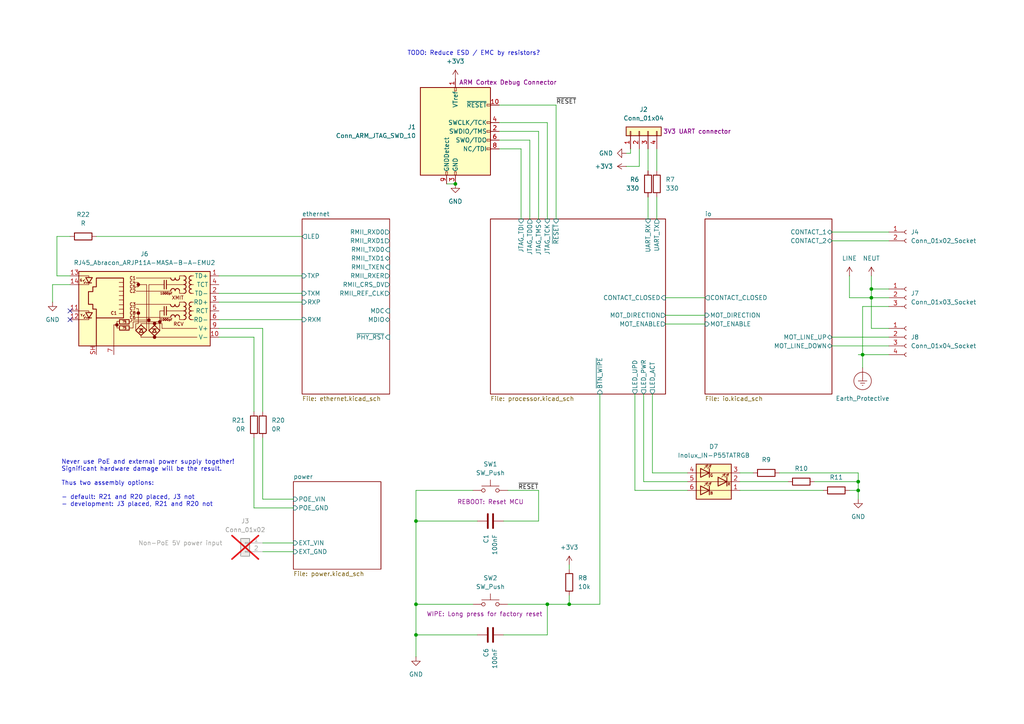
<source format=kicad_sch>
(kicad_sch (version 20250114) (generator "eeschema") (generator_version "9.0")
  (paper "A4")
  (title_block (title "iot-contact"))
  (lib_symbols
    (symbol "Connector:Conn_01x02_Socket" (pin_names (offset 1.016) (hide yes))
      (property "Reference" "J" (at 0 2.54 0))
      (property "Value" "Conn_01x02_Socket" (at 0 -5.08 0))
      (symbol "Conn_01x02_Socket_1_1"
        (polyline (pts (xy -1.27 0) (xy -0.508 0)) (stroke (width 0.1524)))
        (polyline (pts (xy -1.27 -2.54) (xy -0.508 -2.54)) (stroke (width 0.1524)))
        (arc (start 0 -0.508) (mid -0.5058 0) (end 0 0.508) (stroke (width 0.1524)))
        (arc (start 0 -3.048) (mid -0.5058 -2.54) (end 0 -2.032) (stroke (width 0.1524)))
        (pin passive line (at -5.08 0 0) (length 3.81) (name "Pin_1") (number "1"))
        (pin passive line (at -5.08 -2.54 0) (length 3.81) (name "Pin_2") (number "2"))
      )
    )
    (symbol "Connector:Conn_01x03_Socket" (pin_names (offset 1.016) (hide yes))
      (property "Reference" "J" (at 0 5.08 0))
      (property "Value" "Conn_01x03_Socket" (at 0 -5.08 0))
      (symbol "Conn_01x03_Socket_1_1"
        (polyline (pts (xy -1.27 2.54) (xy -0.508 2.54)) (stroke (width 0.1524)))
        (polyline (pts (xy -1.27 0) (xy -0.508 0)) (stroke (width 0.1524)))
        (polyline (pts (xy -1.27 -2.54) (xy -0.508 -2.54)) (stroke (width 0.1524)))
        (arc (start 0 2.032) (mid -0.5058 2.54) (end 0 3.048) (stroke (width 0.1524)))
        (arc (start 0 -0.508) (mid -0.5058 0) (end 0 0.508) (stroke (width 0.1524)))
        (arc (start 0 -3.048) (mid -0.5058 -2.54) (end 0 -2.032) (stroke (width 0.1524)))
        (pin passive line (at -5.08 2.54 0) (length 3.81) (name "Pin_1") (number "1"))
        (pin passive line (at -5.08 0 0) (length 3.81) (name "Pin_2") (number "2"))
        (pin passive line (at -5.08 -2.54 0) (length 3.81) (name "Pin_3") (number "3"))
      )
    )
    (symbol "Connector:Conn_01x04_Socket" (pin_names (offset 1.016) (hide yes))
      (property "Reference" "J" (at 0 5.08 0))
      (property "Value" "Conn_01x04_Socket" (at 0 -7.62 0))
      (symbol "Conn_01x04_Socket_1_1"
        (polyline (pts (xy -1.27 2.54) (xy -0.508 2.54)) (stroke (width 0.1524)))
        (polyline (pts (xy -1.27 0) (xy -0.508 0)) (stroke (width 0.1524)))
        (polyline (pts (xy -1.27 -2.54) (xy -0.508 -2.54)) (stroke (width 0.1524)))
        (polyline (pts (xy -1.27 -5.08) (xy -0.508 -5.08)) (stroke (width 0.1524)))
        (arc (start 0 2.032) (mid -0.5058 2.54) (end 0 3.048) (stroke (width 0.1524)))
        (arc (start 0 -0.508) (mid -0.5058 0) (end 0 0.508) (stroke (width 0.1524)))
        (arc (start 0 -3.048) (mid -0.5058 -2.54) (end 0 -2.032) (stroke (width 0.1524)))
        (arc (start 0 -5.588) (mid -0.5058 -5.08) (end 0 -4.572) (stroke (width 0.1524)))
        (pin passive line (at -5.08 2.54 0) (length 3.81) (name "Pin_1") (number "1"))
        (pin passive line (at -5.08 0 0) (length 3.81) (name "Pin_2") (number "2"))
        (pin passive line (at -5.08 -2.54 0) (length 3.81) (name "Pin_3") (number "3"))
        (pin passive line (at -5.08 -5.08 0) (length 3.81) (name "Pin_4") (number "4"))
      )
    )
    (symbol "Connector:Conn_ARM_JTAG_SWD_10" (pin_names (offset 1.016))
      (property "Reference" "J" (at -2.54 16.51 0))
      (property "Value" "Conn_ARM_JTAG_SWD_10" (at -2.54 13.97 0))
      (symbol "Conn_ARM_JTAG_SWD_10_0_1"
        (rectangle (start -10.16 12.7) (end 10.16 -12.7) (stroke (width 0.254)) (fill (type background)))
        (rectangle (start -2.794 -12.7) (end -2.286 -11.684))
        (rectangle (start -0.254 12.7) (end 0.254 11.684))
        (rectangle (start -0.254 -12.7) (end 0.254 -11.684))
        (rectangle (start 9.144 2.286) (end 10.16 2.794))
        (rectangle (start 10.16 7.874) (end 9.144 7.366))
        (rectangle (start 10.16 -0.254) (end 9.144 0.254))
        (rectangle (start 10.16 -2.794) (end 9.144 -2.286))
      )
      (symbol "Conn_ARM_JTAG_SWD_10_1_1"
        (rectangle (start 9.144 -5.334) (end 10.16 -4.826))
        (pin no_connect line (at -10.16 0 0) (length 2.54) (hide yes) (name "KEY") (number "7"))
        (pin passive line (at -2.54 -15.24 90) (length 2.54) (name "GNDDetect") (number "9"))
        (pin power_in line (at 0 15.24 270) (length 2.54) (name "VTref") (number "1"))
        (pin power_in line (at 0 -15.24 90) (length 2.54) (name "GND") (number "3"))
        (pin passive line (at 0 -15.24 90) (length 2.54) (hide yes) (name "GND") (number "5"))
        (pin open_collector line (at 12.7 7.62 180) (length 2.54) (name "~{RESET}") (number "10"))
        (pin output line (at 12.7 2.54 180) (length 2.54) (name "SWCLK/TCK") (number "4"))
        (pin bidirectional line (at 12.7 0 180) (length 2.54) (name "SWDIO/TMS") (number "2"))
        (pin input line (at 12.7 -2.54 180) (length 2.54) (name "SWO/TDO") (number "6"))
        (pin output line (at 12.7 -5.08 180) (length 2.54) (name "NC/TDI") (number "8"))
      )
    )
    (symbol "Connector:RJ45_Abracon_ARJP11A-MASA-B-A-EMU2"
      (property "Reference" "J" (at 18.415 12.7 0))
      (property "Value" "RJ45_Abracon_ARJP11A-MASA-B-A-EMU2" (at -4.445 12.7 0))
      (symbol "RJ45_Abracon_ARJP11A-MASA-B-A-EMU2_0_0"
        (polyline (pts (xy -5.08 8.89) (xy -5.08 6.35)) (stroke (width 0.254)))
        (polyline (pts (xy -5.08 1.27) (xy -5.08 -1.27)) (stroke (width 0.254)))
        (polyline (pts (xy -4.445 8.89) (xy -4.445 6.35)) (stroke (width 0.254)))
        (polyline (pts (xy -4.445 1.27) (xy -4.445 -1.27)) (stroke (width 0.254)))
        (circle (center -3.175 -3.175) (radius 0.0001) (stroke (width 0.508)))
        (circle (center -1.651 -3.683) (radius 0.0001) (stroke (width 0.508)))
        (circle (center -1.651 -7.62) (radius 0.0001) (stroke (width 0.508)))
        (circle (center 0 -2.667) (radius 0.0001) (stroke (width 0.508)))
        (circle (center 3.048 7.62) (radius 0.0001) (stroke (width 0.508)))
        (circle (center 3.048 -0.635) (radius 0.0001) (stroke (width 0.508)))
        (polyline (pts (xy 3.683 8.255) (xy 3.048 8.255) (xy 3.048 6.985) (xy 3.683 6.985)))
        (polyline (pts (xy 3.683 0.635) (xy 3.048 0.635) (xy 3.048 -0.635) (xy 3.683 -0.635)))
        (polyline (pts (xy 8.636 -4.953) (xy 9.271 -4.953) (xy 9.271 -3.048) (xy 8.636 -3.048)))
        (polyline (pts (xy 9.271 -4.064) (xy 10.16 -4.064)))
        (circle (center 9.271 -4.064) (radius 0.0001) (stroke (width 0.508)))
        (polyline (pts (xy 17.399 9.652) (xy 17.399 10.16) (xy 20.32 10.16)))
        (polyline (pts (xy 17.399 -0.508) (xy 17.399 0) (xy 20.32 0)))
        (polyline (pts (xy 20.32 7.62) (xy 17.399 7.62) (xy 17.399 8.128)))
        (polyline (pts (xy 20.32 -2.54) (xy 17.399 -2.54) (xy 17.399 -2.032)))
        (text "XMIT" (at -10.16 3.81 0) (effects (font (size 1.016 1.016)) (justify left)))
        (text "RCV" (at -10.16 -3.81 0) (effects (font (size 1.016 1.016)) (justify left)))
        (text "C1" (at 4.699 9.525 0) (effects (font (size 0.889 0.889))))
        (text "C4" (at 4.699 8.255 0) (effects (font (size 0.889 0.889))))
        (text "C5" (at 4.699 6.985 0) (effects (font (size 0.889 0.889))))
        (text "C2" (at 4.699 5.715 0) (effects (font (size 0.889 0.889))))
        (text "C3" (at 4.699 1.905 0) (effects (font (size 0.889 0.889))))
        (text "C7" (at 4.699 0.635 0) (effects (font (size 0.889 0.889))))
        (text "C8" (at 4.699 -0.635 0) (effects (font (size 0.889 0.889))))
        (text "C6" (at 4.699 -1.905 0) (effects (font (size 0.889 0.889))))
        (text "C1" (at 10.16 -0.635 0) (effects (font (size 0.889 0.889))))
      )
      (symbol "RJ45_Abracon_ARJP11A-MASA-B-A-EMU2_0_1"
        (rectangle (start -17.78 11.43) (end 20.32 -10.16) (stroke (width 0.254)) (fill (type background)))
        (polyline (pts (xy -12.3163 10.16) (xy -12.9513 10.16)))
        (polyline (pts (xy -12.3163 7.62) (xy -12.9513 7.62)))
        (polyline (pts (xy -12.3163 5.08) (xy -12.9513 5.08)))
        (polyline (pts (xy -12.3163 2.54) (xy -12.9513 2.54)))
        (polyline (pts (xy -12.3163 0) (xy -12.9513 0)))
        (polyline (pts (xy -12.3163 -2.54) (xy -12.9513 -2.54)))
        (polyline (pts (xy -10.16 10.16) (xy -8.89 10.16) (xy -8.89 9.525)))
        (polyline (pts (xy -10.16 2.54) (xy -8.89 2.54) (xy -8.89 1.905)))
        (polyline (pts (xy -8.89 5.715) (xy -8.89 5.08) (xy -10.16 5.08)))
        (polyline (pts (xy -8.89 -1.905) (xy -8.89 -2.54) (xy -10.16 -2.54)))
        (polyline (pts (xy -6.35 9.525) (xy 3.683 9.525)))
        (polyline (pts (xy -6.35 5.715) (xy 3.683 5.715)))
        (polyline (pts (xy -6.35 -1.905) (xy 3.683 -1.905)))
        (polyline (pts (xy -6.223 1.905) (xy 3.683 1.905)))
        (polyline (pts (xy -5.08 7.62) (xy -10.16 7.62)))
        (polyline (pts (xy -5.08 0) (xy -10.16 0)))
        (polyline (pts (xy -4.445 7.62) (xy 0 7.62) (xy 0 -5.715)))
        (polyline (pts (xy -4.445 0) (xy -3.175 0) (xy -3.175 -5.715)))
        (polyline (pts (xy 7.366 5.715) (xy 8.636 5.715)))
        (polyline (pts (xy 7.366 4.445) (xy 8.636 4.445)))
        (polyline (pts (xy 7.366 3.175) (xy 8.636 3.175)))
        (polyline (pts (xy 7.366 1.778) (xy 8.636 1.778)))
        (polyline (pts (xy 7.366 0.508) (xy 8.636 0.508)))
        (polyline (pts (xy 8.636 8.255) (xy 7.366 8.255)))
        (polyline (pts (xy 8.636 6.985) (xy 7.366 6.985)))
        (polyline (pts (xy 8.636 -0.762) (xy 7.366 -0.762)))
      )
      (symbol "RJ45_Abracon_ARJP11A-MASA-B-A-EMU2_1_0"
        (text "1000pF" (at -5.08 5.08 0) (effects (font (size 0.635 0.635))))
        (text "1000pF" (at -5.08 -2.54 0) (effects (font (size 0.635 0.635))))
      )
      (symbol "RJ45_Abracon_ARJP11A-MASA-B-A-EMU2_1_1"
        (polyline (pts (xy -13.97 -5.08) (xy -3.81 -5.08)))
        (polyline (pts (xy -13.97 -7.62) (xy 2.286 -7.62)))
        (arc (start -12.3163 2.54) (mid -11.684 1.905) (end -12.3163 1.27) (stroke (width 0.254)))
        (arc (start -12.3136 10.16) (mid -11.6813 9.525) (end -12.3136 8.89) (stroke (width 0.254)))
        (arc (start -12.3136 1.27) (mid -11.6813 0.635) (end -12.3136 0) (stroke (width 0.254)))
        (arc (start -12.3136 0) (mid -11.6813 -0.635) (end -12.3136 -1.27) (stroke (width 0.254)))
        (arc (start -12.3136 -1.27) (mid -11.6813 -1.905) (end -12.3136 -2.54) (stroke (width 0.254)))
        (arc (start -12.3109 8.89) (mid -11.6786 8.255) (end -12.3109 7.62) (stroke (width 0.254)))
        (arc (start -12.3109 7.62) (mid -11.6786 6.985) (end -12.3109 6.35) (stroke (width 0.254)))
        (arc (start -12.3109 6.35) (mid -11.6786 5.715) (end -12.3109 5.08) (stroke (width 0.254)))
        (arc (start -10.1654 8.89) (mid -10.7977 9.525) (end -10.1654 10.16) (stroke (width 0.254)))
        (arc (start -10.1654 7.62) (mid -10.7977 8.255) (end -10.1654 8.89) (stroke (width 0.254)))
        (arc (start -10.1654 6.35) (mid -10.7977 6.985) (end -10.1654 7.62) (stroke (width 0.254)))
        (arc (start -10.1654 1.27) (mid -10.7977 1.905) (end -10.1654 2.54) (stroke (width 0.254)))
        (arc (start -10.1654 0) (mid -10.7977 0.635) (end -10.1654 1.27) (stroke (width 0.254)))
        (arc (start -10.1654 -1.27) (mid -10.7977 -0.635) (end -10.1654 0) (stroke (width 0.254)))
        (arc (start -10.1627 5.08) (mid -10.795 5.715) (end -10.1627 6.35) (stroke (width 0.254)))
        (arc (start -10.1627 -2.54) (mid -10.795 -1.905) (end -10.1627 -1.27) (stroke (width 0.254)))
        (arc (start -7.62 9.5223) (mid -8.255 8.89) (end -8.89 9.5223) (stroke (width 0.254)))
        (arc (start -8.89 5.8447) (mid -8.255 6.477) (end -7.62 5.8447) (stroke (width 0.254)))
        (arc (start -8.89 -1.7753) (mid -8.255 -1.143) (end -7.62 -1.7753) (stroke (width 0.254)))
        (arc (start -7.5565 1.8388) (mid -8.1915 1.2065) (end -8.8265 1.8388) (stroke (width 0.254)))
        (arc (start -6.35 9.525) (mid -6.985 8.8927) (end -7.62 9.525) (stroke (width 0.254)))
        (arc (start -7.62 5.8474) (mid -6.985 6.4797) (end -6.35 5.8474) (stroke (width 0.254)))
        (arc (start -7.62 -1.7726) (mid -6.985 -1.1403) (end -6.35 -1.7726) (stroke (width 0.254)))
        (arc (start -6.2865 1.8415) (mid -6.9215 1.2092) (end -7.5565 1.8415) (stroke (width 0.254)))
        (polyline (pts (xy -3.81 -5.08) (xy -3.81 -3.683) (xy -1.651 -3.683)))
        (polyline (pts (xy -2.159 -5.207) (xy -1.016 -5.207)) (stroke (width 0.254)))
        (polyline (pts (xy -2.159 -6.223) (xy -1.016 -6.223) (xy -1.651 -5.207) (xy -2.159 -6.223)) (stroke (width 0.254)))
        (polyline (pts (xy -1.905 -3.683) (xy -1.651 -3.683) (xy -1.651 -4.191)))
        (polyline (pts (xy -1.651 -3.683) (xy 2.286 -3.683) (xy 2.286 -4.064)))
        (polyline (pts (xy -1.651 -4.191) (xy -3.175 -5.715) (xy -1.651 -7.239) (xy 0 -5.715) (xy -1.651 -4.191)) (stroke (width 0.254)))
        (polyline (pts (xy -1.651 -7.239) (xy -1.651 -7.493)))
        (polyline (pts (xy 1.651 -5.207) (xy 2.794 -5.207)) (stroke (width 0.254)))
        (polyline (pts (xy 1.651 -6.223) (xy 2.794 -6.223) (xy 2.159 -5.207) (xy 1.651 -6.223)) (stroke (width 0.254)))
        (polyline (pts (xy 2.286 -4.064) (xy 0.635 -5.588) (xy 2.286 -7.112) (xy 3.81 -5.715) (xy 2.286 -4.064)) (stroke (width 0.254)))
        (polyline (pts (xy 2.286 -7.112) (xy 2.286 -7.62)))
        (polyline (pts (xy 3.048 7.62) (xy 0.635 7.62) (xy 0.635 -5.588)))
        (polyline (pts (xy 3.048 -0.508) (xy 3.048 -3.683) (xy 3.81 -3.683) (xy 3.81 -5.715)))
        (polyline (pts (xy 5.715 -3.175) (xy 5.08 -3.175) (xy 5.08 -2.667) (xy 0 -2.667)))
        (polyline (pts (xy 5.715 -4.953) (xy 4.572 -4.953) (xy 4.572 -3.175) (xy -3.175 -3.175)))
        (polyline (pts (xy 7.366 -2.032) (xy 7.366 9.525) (xy 15.24 9.525) (xy 15.24 6.985) (xy 16.256 6.985) (xy 16.256 5.588) (xy 17.526 5.588) (xy 17.526 1.905) (xy 16.256 1.905) (xy 16.256 0.508) (xy 15.24 0.508) (xy 15.24 -2.032) (xy 7.366 -2.032)) (stroke (width 0.254)))
        (rectangle (start 8.509 -3.81) (end 5.715 -2.54) (stroke (width 0.254)))
        (rectangle (start 8.509 -5.588) (end 5.715 -4.318) (stroke (width 0.254)))
        (polyline (pts (xy 10.16 -4.064) (xy 10.16 -10.16)))
        (polyline (pts (xy 15.24 -10.16) (xy 15.24 -2.032)) (stroke (width 0.254)))
        (polyline (pts (xy 18.161 8.128) (xy 16.637 8.128)) (stroke (width 0.254)))
        (polyline (pts (xy 18.161 -2.032) (xy 16.637 -2.032)) (stroke (width 0.254)))
        (polyline (pts (xy 18.288 9.652) (xy 16.383 9.652) (xy 17.399 8.128) (xy 18.288 9.652)) (stroke (width 0.254)))
        (polyline (pts (xy 18.288 8.509) (xy 18.796 8.001) (xy 18.542 8.001)))
        (polyline (pts (xy 18.288 -0.508) (xy 16.383 -0.508) (xy 17.399 -2.032) (xy 18.288 -0.508)) (stroke (width 0.254)))
        (polyline (pts (xy 18.288 -1.651) (xy 18.796 -2.159) (xy 18.542 -2.159)))
        (polyline (pts (xy 18.542 9.144) (xy 19.05 8.636) (xy 18.796 8.636)))
        (polyline (pts (xy 18.542 -1.016) (xy 19.05 -1.524) (xy 18.796 -1.524)))
        (polyline (pts (xy 18.796 8.001) (xy 18.796 8.255)))
        (polyline (pts (xy 18.796 -2.159) (xy 18.796 -1.905)))
        (polyline (pts (xy 19.05 8.636) (xy 19.05 8.89)))
        (polyline (pts (xy 19.05 -1.524) (xy 19.05 -1.27)))
        (text "75" (at 7.112 -3.175 0) (effects (font (size 0.635 0.635))))
        (text "75" (at 7.112 -4.953 0) (effects (font (size 0.635 0.635))))
        (text "Y" (at 19.558 -1.27 0) (effects (font (size 0.635 0.635))))
        (text "G" (at 19.685 8.89 0) (effects (font (size 0.635 0.635))))
        (pin passive line (at -20.32 10.16 0) (length 2.54) (name "TD+") (number "1"))
        (pin passive line (at -20.32 7.62 0) (length 2.54) (name "TCT") (number "4"))
        (pin passive line (at -20.32 5.08 0) (length 2.54) (name "TD-") (number "2"))
        (pin passive line (at -20.32 2.54 0) (length 2.54) (name "RD+") (number "3"))
        (pin passive line (at -20.32 0 0) (length 2.54) (name "RCT") (number "5"))
        (pin passive line (at -20.32 -2.54 0) (length 2.54) (name "RD-") (number "6"))
        (pin power_out line (at -20.32 -5.08 0) (length 2.54) (name "V+") (number "9"))
        (pin power_out line (at -20.32 -7.62 0) (length 2.54) (name "V-") (number "10"))
        (pin power_in line (at 10.16 -12.7 90) (length 2.54) (name "") (number "7"))
        (pin passive line (at 15.24 -12.7 90) (length 2.54) (name "") (number "SH"))
        (pin no_connect line (at 20.32 5.08 0) (length 0) (hide yes) (name "NC") (number "8"))
        (pin passive line (at 22.86 10.16 180) (length 2.54) (name "") (number "13"))
        (pin passive line (at 22.86 7.62 180) (length 2.54) (name "") (number "14"))
        (pin passive line (at 22.86 0 180) (length 2.54) (name "") (number "11"))
        (pin passive line (at 22.86 -2.54 180) (length 2.54) (name "") (number "12"))
      )
    )
    (symbol "Connector_Generic:Conn_01x02" (pin_names (offset 1.016) (hide yes))
      (property "Reference" "J" (at 0 2.54 0))
      (property "Value" "Conn_01x02" (at 0 -5.08 0))
      (symbol "Conn_01x02_1_1"
        (rectangle (start -1.27 1.27) (end 1.27 -3.81) (stroke (width 0.254)) (fill (type background)))
        (rectangle (start -1.27 0.127) (end 0 -0.127) (stroke (width 0.1524)))
        (rectangle (start -1.27 -2.413) (end 0 -2.667) (stroke (width 0.1524)))
        (pin passive line (at -5.08 0 0) (length 3.81) (name "Pin_1") (number "1"))
        (pin passive line (at -5.08 -2.54 0) (length 3.81) (name "Pin_2") (number "2"))
      )
    )
    (symbol "Connector_Generic:Conn_01x04" (pin_names (offset 1.016) (hide yes))
      (property "Reference" "J" (at 0 5.08 0))
      (property "Value" "Conn_01x04" (at 0 -7.62 0))
      (symbol "Conn_01x04_1_1"
        (rectangle (start -1.27 3.81) (end 1.27 -6.35) (stroke (width 0.254)) (fill (type background)))
        (rectangle (start -1.27 2.667) (end 0 2.413) (stroke (width 0.1524)))
        (rectangle (start -1.27 0.127) (end 0 -0.127) (stroke (width 0.1524)))
        (rectangle (start -1.27 -2.413) (end 0 -2.667) (stroke (width 0.1524)))
        (rectangle (start -1.27 -4.953) (end 0 -5.207) (stroke (width 0.1524)))
        (pin passive line (at -5.08 2.54 0) (length 3.81) (name "Pin_1") (number "1"))
        (pin passive line (at -5.08 0 0) (length 3.81) (name "Pin_2") (number "2"))
        (pin passive line (at -5.08 -2.54 0) (length 3.81) (name "Pin_3") (number "3"))
        (pin passive line (at -5.08 -5.08 0) (length 3.81) (name "Pin_4") (number "4"))
      )
    )
    (symbol "Device:C" (pin_numbers (hide yes)) (pin_names (offset 0.254))
      (property "Reference" "C" (at 0.635 2.54 0))
      (property "Value" "C" (at 0.635 -2.54 0))
      (symbol "C_0_1"
        (polyline (pts (xy -2.032 0.762) (xy 2.032 0.762)) (stroke (width 0.508)))
        (polyline (pts (xy -2.032 -0.762) (xy 2.032 -0.762)) (stroke (width 0.508)))
      )
      (symbol "C_1_1"
        (pin passive line (at 0 3.81 270) (length 2.794) (name "~") (number "1"))
        (pin passive line (at 0 -3.81 90) (length 2.794) (name "~") (number "2"))
      )
    )
    (symbol "Device:R" (pin_numbers (hide yes)) (pin_names (offset 0))
      (property "Reference" "R" (at 2.032 0 90))
      (property "Value" "R" (at 0 0 90))
      (symbol "R_0_1"
        (rectangle (start -1.016 -2.54) (end 1.016 2.54) (stroke (width 0.254)))
      )
      (symbol "R_1_1"
        (pin passive line (at 0 3.81 270) (length 1.27) (name "~") (number "1"))
        (pin passive line (at 0 -3.81 90) (length 1.27) (name "~") (number "2"))
      )
    )
    (symbol "LED:Inolux_IN-P55TATRGB" (pin_names (hide yes))
      (property "Reference" "D" (at -5.08 6.35 0))
      (property "Value" "Inolux_IN-P55TATRGB" (at -5.08 -6.35 0))
      (symbol "Inolux_IN-P55TATRGB_0_0"
        (text "B" (at -0.635 -3.3274 0) (effects (font (size 0.762 0.762))))
      )
      (symbol "Inolux_IN-P55TATRGB_0_1"
        (rectangle (start -5.08 5.08) (end 5.08 -5.08) (stroke (width 0.254)) (fill (type background)))
        (polyline (pts (xy -5.08 2.54) (xy 5.08 2.54)))
        (polyline (pts (xy -5.08 0) (xy 5.08 0)))
        (polyline (pts (xy -5.08 -2.54) (xy 5.08 -2.54)))
        (polyline (pts (xy -3.81 3.81) (xy -3.81 1.27) (xy -1.27 2.54) (xy -3.81 3.81)) (stroke (width 0.254)))
        (polyline (pts (xy -3.81 -1.27) (xy -3.81 -3.81) (xy -1.27 -2.54) (xy -3.81 -1.27)) (stroke (width 0.254)))
        (polyline (pts (xy -2.794 3.81) (xy -1.778 4.826)))
        (polyline (pts (xy -2.794 -1.27) (xy -1.778 -0.254)))
        (polyline (pts (xy -2.54 4.572) (xy -1.778 4.826) (xy -2.032 4.064)))
        (polyline (pts (xy -2.032 -1.016) (xy -1.778 -0.254) (xy -2.54 -0.508)))
        (polyline (pts (xy -1.778 3.81) (xy -0.762 4.826)))
        (polyline (pts (xy -1.778 -1.27) (xy -0.762 -0.254)))
        (polyline (pts (xy -1.524 4.572) (xy -0.762 4.826) (xy -1.016 4.064)))
        (polyline (pts (xy -1.524 -0.508) (xy -0.762 -0.254) (xy -1.016 -1.016)))
        (polyline (pts (xy -1.27 3.81) (xy -1.27 1.27)) (stroke (width 0.254)))
        (polyline (pts (xy -1.27 -1.27) (xy -1.27 -3.81)) (stroke (width 0.254)))
        (polyline (pts (xy 1.27 1.27) (xy 1.27 -1.27) (xy 3.81 0) (xy 1.27 1.27)) (stroke (width 0.254)))
        (polyline (pts (xy 2.286 1.27) (xy 3.302 2.286)))
        (polyline (pts (xy 3.048 1.524) (xy 3.302 2.286) (xy 2.54 2.032)))
        (polyline (pts (xy 3.302 1.27) (xy 4.318 2.286)))
        (polyline (pts (xy 3.556 2.032) (xy 4.318 2.286) (xy 4.064 1.524)))
        (polyline (pts (xy 3.81 1.27) (xy 3.81 -1.27)) (stroke (width 0.254)))
      )
      (symbol "Inolux_IN-P55TATRGB_1_0"
        (text "G" (at -0.635 1.8034 0) (effects (font (size 0.762 0.762))))
        (text "R" (at 4.4196 -0.7112 0) (effects (font (size 0.762 0.762))))
      )
      (symbol "Inolux_IN-P55TATRGB_1_1"
        (pin passive line (at -7.62 2.54 0) (length 2.54) (name "AG") (number "4"))
        (pin passive line (at -7.62 0 0) (length 2.54) (name "AR") (number "5"))
        (pin passive line (at -7.62 -2.54 0) (length 2.54) (name "AB") (number "6"))
        (pin passive line (at 7.62 2.54 180) (length 2.54) (name "KG") (number "3"))
        (pin passive line (at 7.62 0 180) (length 2.54) (name "KR") (number "2"))
        (pin passive line (at 7.62 -2.54 180) (length 2.54) (name "KB") (number "1"))
      )
    )
    (symbol "Switch:SW_Push" (pin_numbers (hide yes)) (pin_names (offset 1.016) (hide yes))
      (property "Reference" "SW" (at 1.27 2.54 0))
      (property "Value" "SW_Push" (at 0 -1.524 0))
      (symbol "SW_Push_0_1"
        (circle (center -2.032 0) (radius 0.508))
        (polyline (pts (xy 0 1.27) (xy 0 3.048)))
        (circle (center 2.032 0) (radius 0.508))
        (polyline (pts (xy 2.54 1.27) (xy -2.54 1.27)))
        (pin passive line (at -5.08 0 0) (length 2.54) (name "1") (number "1"))
        (pin passive line (at 5.08 0 180) (length 2.54) (name "2") (number "2"))
      )
    )
    (symbol "power:+3V3" (power) (pin_numbers (hide yes)) (pin_names (offset 0) (hide yes))
      (property "Value" "+3V3" (at 0 3.556 0))
      (symbol "+3V3_0_1"
        (polyline (pts (xy -0.762 1.27) (xy 0 2.54)))
        (polyline (pts (xy 0 2.54) (xy 0.762 1.27)))
        (polyline (pts (xy 0 0) (xy 0 2.54)))
      )
      (symbol "+3V3_1_1"
        (pin power_in line (at 0 0 90) (length 0) (name "~") (number "1"))
      )
    )
    (symbol "power:Earth_Protective" (power) (pin_numbers (hide yes)) (pin_names (offset 0) (hide yes))
      (property "Value" "Earth_Protective" (at 0 -7.62 0))
      (symbol "Earth_Protective_0_1"
        (polyline (pts (xy -0.635 -4.445) (xy 0.635 -4.445)))
        (polyline (pts (xy -0.127 -5.08) (xy 0.127 -5.08)))
        (polyline (pts (xy 0 -3.81) (xy 0 0)))
        (circle (center 0 -3.81) (radius 2.54))
        (polyline (pts (xy 1.27 -3.81) (xy -1.27 -3.81)))
      )
      (symbol "Earth_Protective_1_1"
        (pin power_in line (at 0 0 270) (length 0) (name "~") (number "1"))
      )
    )
    (symbol "power:GND" (power) (pin_numbers (hide yes)) (pin_names (offset 0) (hide yes))
      (property "Value" "GND" (at 0 -3.81 0))
      (symbol "GND_0_1"
        (polyline (pts (xy 0 0) (xy 0 -1.27) (xy 1.27 -1.27) (xy 0 -2.54) (xy -1.27 -1.27) (xy 0 -1.27)))
      )
      (symbol "GND_1_1"
        (pin power_in line (at 0 0 270) (length 0) (name "~") (number "1"))
      )
    )
    (symbol "power:LINE" (power) (pin_numbers (hide yes)) (pin_names (offset 0) (hide yes))
      (property "Value" "LINE" (at 0 3.556 0))
      (symbol "LINE_0_1"
        (polyline (pts (xy -0.762 1.27) (xy 0 2.54)))
        (polyline (pts (xy 0 2.54) (xy 0.762 1.27)))
        (polyline (pts (xy 0 0) (xy 0 2.54)))
      )
      (symbol "LINE_1_1"
        (pin power_in line (at 0 0 90) (length 0) (name "~") (number "1"))
      )
    )
    (symbol "power:NEUT" (power) (pin_numbers (hide yes)) (pin_names (offset 0) (hide yes))
      (property "Value" "NEUT" (at 0 3.556 0))
      (symbol "NEUT_0_1"
        (polyline (pts (xy -0.762 1.27) (xy 0 2.54)))
        (polyline (pts (xy 0 2.54) (xy 0.762 1.27)))
        (polyline (pts (xy 0 0) (xy 0 2.54)))
      )
      (symbol "NEUT_1_1"
        (pin power_in line (at 0 0 90) (length 0) (name "~") (number "1"))
      )
    )
  )
  (text "Never use PoE and external power supply together!\nSignificant hardware damage will be the result.\n\nThus two assembly options:\n\n- default: R21 and R20 placed, J3 not\n- development: J3 placed, R21 and R20 not" (at 17.78 140.208 0) (effects (font (size 1.27 1.27)) (justify left)))
  (text "TODO: Reduce ESD / EMC by resistors?" (at 137.414 15.494 0) (effects (font (size 1.27 1.27))))
  (junction (at 120.65 184.15))
  (junction (at 250.19 102.87))
  (junction (at 120.65 175.26))
  (junction (at 248.92 139.7))
  (junction (at 165.1 175.26))
  (junction (at 120.65 151.13))
  (junction (at 158.75 175.26))
  (junction (at 252.73 86.36))
  (junction (at 248.92 142.24))
  (junction (at 252.73 83.82))
  (junction (at 132.08 53.34))
  (no_connect (at 20.32 90.17))
  (no_connect (at 20.32 92.71))
  (wire (pts (xy 153.67 40.64) (xy 153.67 63.5)))
  (wire (pts (xy 190.5 57.15) (xy 190.5 63.5)))
  (wire (pts (xy 120.65 175.26) (xy 137.16 175.26)))
  (wire (pts (xy 186.69 114.3) (xy 186.69 139.7)))
  (wire (pts (xy 120.65 175.26) (xy 120.65 184.15)))
  (wire (pts (xy 241.3 97.79) (xy 257.81 97.79)))
  (wire (pts (xy 257.81 95.25) (xy 252.73 95.25)))
  (wire (pts (xy 76.2 127) (xy 76.2 144.78)))
  (wire (pts (xy 250.19 102.87) (xy 248.92 102.87)))
  (wire (pts (xy 241.3 67.31) (xy 257.81 67.31)))
  (wire (pts (xy 236.22 139.7) (xy 248.92 139.7)))
  (wire (pts (xy 146.05 151.13) (xy 156.21 151.13)))
  (wire (pts (xy 185.42 48.26) (xy 181.61 48.26)))
  (wire (pts (xy 158.75 184.15) (xy 158.75 175.26)))
  (wire (pts (xy 214.63 137.16) (xy 218.44 137.16)))
  (wire (pts (xy 252.73 86.36) (xy 257.81 86.36)))
  (wire (pts (xy 147.32 175.26) (xy 158.75 175.26)))
  (wire (pts (xy 248.92 142.24) (xy 248.92 144.78)))
  (wire (pts (xy 252.73 95.25) (xy 252.73 86.36)))
  (wire (pts (xy 20.32 82.55) (xy 15.24 82.55)))
  (wire (pts (xy 144.78 35.56) (xy 158.75 35.56)))
  (wire (pts (xy 165.1 175.26) (xy 158.75 175.26)))
  (wire (pts (xy 193.04 86.36) (xy 204.47 86.36)))
  (wire (pts (xy 144.78 30.48) (xy 161.29 30.48)))
  (wire (pts (xy 246.38 86.36) (xy 252.73 86.36)))
  (wire (pts (xy 161.29 30.48) (xy 161.29 63.5)))
  (wire (pts (xy 16.51 68.58) (xy 16.51 80.01)))
  (wire (pts (xy 189.23 114.3) (xy 189.23 137.16)))
  (wire (pts (xy 173.99 114.3) (xy 173.99 175.26)))
  (wire (pts (xy 27.94 68.58) (xy 87.63 68.58)))
  (wire (pts (xy 120.65 142.24) (xy 120.65 151.13)))
  (wire (pts (xy 189.23 137.16) (xy 199.39 137.16)))
  (wire (pts (xy 186.69 139.7) (xy 199.39 139.7)))
  (wire (pts (xy 241.3 69.85) (xy 257.81 69.85)))
  (wire (pts (xy 184.15 142.24) (xy 199.39 142.24)))
  (wire (pts (xy 129.54 53.34) (xy 132.08 53.34)))
  (wire (pts (xy 16.51 80.01) (xy 20.32 80.01)))
  (wire (pts (xy 144.78 40.64) (xy 153.67 40.64)))
  (wire (pts (xy 184.15 114.3) (xy 184.15 142.24)))
  (wire (pts (xy 248.92 139.7) (xy 248.92 142.24)))
  (wire (pts (xy 73.66 97.79) (xy 73.66 119.38)))
  (wire (pts (xy 246.38 142.24) (xy 248.92 142.24)))
  (wire (pts (xy 181.61 44.45) (xy 182.88 44.45)))
  (wire (pts (xy 252.73 83.82) (xy 257.81 83.82)))
  (wire (pts (xy 187.96 57.15) (xy 187.96 63.5)))
  (wire (pts (xy 63.5 95.25) (xy 76.2 95.25)))
  (wire (pts (xy 120.65 151.13) (xy 120.65 175.26)))
  (wire (pts (xy 63.5 92.71) (xy 87.63 92.71)))
  (wire (pts (xy 250.19 102.87) (xy 250.19 88.9)))
  (wire (pts (xy 185.42 43.18) (xy 185.42 48.26)))
  (wire (pts (xy 252.73 83.82) (xy 252.73 86.36)))
  (wire (pts (xy 144.78 43.18) (xy 151.13 43.18)))
  (wire (pts (xy 120.65 151.13) (xy 138.43 151.13)))
  (wire (pts (xy 165.1 163.83) (xy 165.1 165.1)))
  (wire (pts (xy 187.96 43.18) (xy 187.96 49.53)))
  (wire (pts (xy 165.1 172.72) (xy 165.1 175.26)))
  (wire (pts (xy 182.88 44.45) (xy 182.88 43.18)))
  (wire (pts (xy 120.65 184.15) (xy 120.65 190.5)))
  (wire (pts (xy 76.2 160.02) (xy 85.09 160.02)))
  (wire (pts (xy 156.21 38.1) (xy 156.21 63.5)))
  (wire (pts (xy 226.06 137.16) (xy 248.92 137.16)))
  (wire (pts (xy 73.66 127) (xy 73.66 147.32)))
  (wire (pts (xy 63.5 97.79) (xy 73.66 97.79)))
  (wire (pts (xy 190.5 43.18) (xy 190.5 49.53)))
  (wire (pts (xy 193.04 91.44) (xy 204.47 91.44)))
  (wire (pts (xy 76.2 144.78) (xy 85.09 144.78)))
  (wire (pts (xy 173.99 175.26) (xy 165.1 175.26)))
  (wire (pts (xy 158.75 35.56) (xy 158.75 63.5)))
  (wire (pts (xy 246.38 80.01) (xy 246.38 86.36)))
  (wire (pts (xy 63.5 80.01) (xy 87.63 80.01)))
  (wire (pts (xy 250.19 102.87) (xy 257.81 102.87)))
  (wire (pts (xy 250.19 106.68) (xy 250.19 102.87)))
  (wire (pts (xy 144.78 38.1) (xy 156.21 38.1)))
  (wire (pts (xy 250.19 88.9) (xy 257.81 88.9)))
  (wire (pts (xy 252.73 80.01) (xy 252.73 83.82)))
  (wire (pts (xy 151.13 43.18) (xy 151.13 63.5)))
  (wire (pts (xy 76.2 157.48) (xy 85.09 157.48)))
  (wire (pts (xy 120.65 142.24) (xy 137.16 142.24)))
  (wire (pts (xy 214.63 139.7) (xy 228.6 139.7)))
  (wire (pts (xy 193.04 93.98) (xy 204.47 93.98)))
  (wire (pts (xy 73.66 147.32) (xy 85.09 147.32)))
  (wire (pts (xy 241.3 100.33) (xy 257.81 100.33)))
  (wire (pts (xy 248.92 137.16) (xy 248.92 139.7)))
  (wire (pts (xy 147.32 142.24) (xy 156.21 142.24)))
  (wire (pts (xy 20.32 68.58) (xy 16.51 68.58)))
  (wire (pts (xy 146.05 184.15) (xy 158.75 184.15)))
  (wire (pts (xy 15.24 82.55) (xy 15.24 87.63)))
  (wire (pts (xy 76.2 95.25) (xy 76.2 119.38)))
  (wire (pts (xy 138.43 184.15) (xy 120.65 184.15)))
  (wire (pts (xy 63.5 85.09) (xy 87.63 85.09)))
  (wire (pts (xy 214.63 142.24) (xy 238.76 142.24)))
  (wire (pts (xy 156.21 151.13) (xy 156.21 142.24)))
  (wire (pts (xy 63.5 87.63) (xy 87.63 87.63)))
  (label "~{RESET}" (at 161.29 30.48 0))
  (label "~{RESET}" (at 156.21 142.24 180))
  (symbol (lib_id "Device:R") (at 242.57 142.24 270) (unit 1)
    (property "Reference" "R11" (at 242.57 138.43 90))
    (property "Description" "Resistor" (effects (hide yes)))
  )
  (symbol (lib_id "Connector:RJ45_Abracon_ARJP11A-MASA-B-A-EMU2") (at 43.18 90.17 0) (mirror y) (unit 1)
    (property "Reference" "J6" (at 41.91 73.66 0))
    (property "Value" "RJ45_Abracon_ARJP11A-MASA-B-A-EMU2" (at 41.91 76.2 0))
    (property "Footprint" "Connector_RJ:RJ45_Abracon_ARJP11A-MA_Horizontal" (effects (hide yes)))
    (property "Datasheet" "https://abracon.com/Magnetics/lan/ARJP11A.PDF" (effects (hide yes)))
    (property "Description" "RJ45 PoE 10/100 Base-TX Jack with Magnetic Module" (effects (hide yes)))
  )
  (symbol (lib_id "Switch:SW_Push") (at 142.24 142.24 0) (mirror y) (unit 1)
    (property "Reference" "SW1" (at 142.24 134.62 0))
    (property "Value" "SW_Push" (at 142.24 137.16 0))
    (property "Footprint" "Button_Switch_SMD:SW_SPST_TL3305B" (effects (hide yes)))
    (property "Datasheet" "https://www.e-switch.com/wp-content/uploads/2024/08/TL3305.pdf" (effects (hide yes)))
    (property "Description" "REBOOT: Reset MCU" (at 132.588 145.542 0) (effects (justify right)))
    (property "MPN" "TL3305BF260QG" (effects (hide yes)))
    (property "Manufacturer" "E-Switch" (effects (hide yes)))
  )
  (symbol (lib_id "Connector:Conn_01x04_Socket") (at 262.89 97.79 0) (unit 1)
    (property "Reference" "J8" (at 264.16 97.7899 0) (effects (justify left)))
    (property "Value" "Conn_01x04_Socket" (at 264.16 100.3299 0) (effects (justify left)))
    (property "Footprint" "TerminalBlock_WAGO:TerminalBlock_WAGO_236-404_1x04_P5.00mm_45Degree" (effects (hide yes)))
    (property "Description" "Generic connector, single row, 01x04, script generated" (effects (hide yes)))
  )
  (symbol (lib_id "Device:R") (at 76.2 123.19 0) (unit 1)
    (property "Reference" "R20" (at 78.74 121.9199 0) (effects (justify left)))
    (property "Value" "0R" (at 78.74 124.4599 0) (effects (justify left)))
    (property "Description" "Resistor" (effects (hide yes)))
  )
  (symbol (lib_id "Device:R") (at 190.5 53.34 0) (unit 1)
    (property "Reference" "R7" (at 193.04 52.0699 0) (effects (justify left)))
    (property "Value" "330" (at 193.04 54.6099 0) (effects (justify left)))
    (property "Description" "Resistor" (effects (hide yes)))
  )
  (symbol (lib_id "Switch:SW_Push") (at 142.24 175.26 0) (mirror y) (unit 1)
    (property "Reference" "SW2" (at 142.24 167.64 0))
    (property "Value" "SW_Push" (at 142.24 170.18 0))
    (property "Footprint" "Button_Switch_SMD:SW_SPST_TL3305B" (effects (hide yes)))
    (property "Datasheet" "https://www.e-switch.com/wp-content/uploads/2024/08/TL3305.pdf" (effects (hide yes)))
    (property "Description" "WIPE: Long press for factory reset" (at 123.698 178.054 0) (effects (justify right)))
    (property "MPN" "TL3305BF260QG" (effects (hide yes)))
    (property "Manufacturer" "E-Switch" (effects (hide yes)))
  )
  (symbol (lib_id "Connector_Generic:Conn_01x04") (at 185.42 38.1 90) (unit 1)
    (property "Reference" "J2" (at 186.69 31.75 90))
    (property "Value" "Conn_01x04" (at 186.69 34.29 90))
    (property "Footprint" "Connector_PinHeader_2.54mm:PinHeader_1x04_P2.54mm_Vertical" (effects (hide yes)))
    (property "Description" "3V3 UART connector" (at 202.184 38.1 90))
  )
  (symbol (lib_id "LED:Inolux_IN-P55TATRGB") (at 207.01 139.7 0) (unit 1)
    (property "Reference" "D7" (at 207.01 129.54 0))
    (property "Value" "Inolux_IN-P55TATRGB" (at 207.01 132.08 0))
    (property "Footprint" "LED_SMD:LED_Inolux_IN-P55TATRGB_PLCC6_5.0x5.5mm_P1.8mm" (effects (hide yes)))
    (property "Datasheet" "https://www.inolux-corp.com/datasheet/SMDLED/RGB%20Top%20View/IN-P55TATRGB.pdf" (effects (hide yes)))
    (property "Description" "Inolux RGB LED, PLCC-6" (effects (hide yes)))
  )
  (symbol (lib_id "Device:R") (at 73.66 123.19 0) (unit 1)
    (property "Reference" "R21" (at 71.12 121.9199 0) (effects (justify right)))
    (property "Value" "0R" (at 71.12 124.4599 0) (effects (justify right)))
    (property "Description" "Resistor" (effects (hide yes)))
  )
  (symbol (lib_id "Connector:Conn_01x03_Socket") (at 262.89 86.36 0) (unit 1)
    (property "Reference" "J7" (at 264.16 85.0899 0) (effects (justify left)))
    (property "Value" "Conn_01x03_Socket" (at 264.16 87.6299 0) (effects (justify left)))
    (property "Footprint" "TerminalBlock_WAGO:TerminalBlock_WAGO_236-403_1x03_P5.00mm_45Degree" (effects (hide yes)))
    (property "Description" "Generic connector, single row, 01x03, script generated" (effects (hide yes)))
  )
  (symbol (lib_id "Device:R") (at 165.1 168.91 0) (unit 1)
    (property "Reference" "R8" (at 167.64 167.6399 0) (effects (justify left)))
    (property "Value" "10k" (at 167.64 170.1799 0) (effects (justify left)))
    (property "Description" "Resistor" (effects (hide yes)))
  )
  (symbol (lib_id "power:NEUT") (at 252.73 80.01 0) (unit 1)
    (property "Reference" "#PWR027" (effects (hide yes)))
    (property "Value" "NEUT" (at 252.73 74.93 0))
    (property "Description" "Power symbol creates a global label with name \"NEUT\"" (effects (hide yes)))
  )
  (symbol (lib_id "Connector:Conn_ARM_JTAG_SWD_10") (at 132.08 38.1 0) (unit 1)
    (property "Reference" "J1" (at 120.65 36.8299 0) (effects (justify right)))
    (property "Value" "Conn_ARM_JTAG_SWD_10" (at 120.65 39.3699 0) (effects (justify right)))
    (property "Datasheet" "https://mm.digikey.com/Volume0/opasdata/d220001/medias/docus/6209/ftsh-1xx-xx-xxx-dv-xxx-xxx-x-xx-mkt.pdf" (effects (hide yes)))
    (property "Description" "ARM Cortex Debug Connector" (at 147.32 23.876 0))
    (property "MPN" "FTSH-105-01-L-DV-007-K-TR" (effects (hide yes)))
    (property "Manufacturer" "samtec" (effects (hide yes)))
  )
  (symbol (lib_id "Connector_Generic:Conn_01x02") (at 71.12 157.48 0) (mirror y) (unit 1) (dnp yes)
    (property "Reference" "J3" (at 71.12 151.13 0))
    (property "Value" "Conn_01x02" (at 71.12 153.67 0))
    (property "Footprint" "Connector_PinHeader_2.54mm:PinHeader_1x02_P2.54mm_Vertical" (effects (hide yes)))
    (property "Description" "Non-PoE 5V power input" (at 52.324 157.48 0))
  )
  (symbol (lib_id "power:GND") (at 120.65 190.5 0) (unit 1)
    (property "Reference" "#PWR04" (effects (hide yes)))
    (property "Value" "GND" (at 120.65 195.58 0))
    (property "Description" "Power symbol creates a global label with name \"GND\" , ground" (effects (hide yes)))
  )
  (symbol (lib_id "power:+3V3") (at 181.61 48.26 90) (unit 1)
    (property "Reference" "#PWR06" (effects (hide yes)))
    (property "Value" "+3V3" (at 177.8 48.2599 90) (effects (justify left)))
    (property "Description" "Power symbol creates a global label with name \"+3V3\"" (effects (hide yes)))
  )
  (symbol (lib_id "power:+3V3") (at 165.1 163.83 0) (unit 1)
    (property "Reference" "#PWR013" (effects (hide yes)))
    (property "Value" "+3V3" (at 165.1 158.75 0))
    (property "Description" "Power symbol creates a global label with name \"+3V3\"" (effects (hide yes)))
  )
  (symbol (lib_id "Device:R") (at 222.25 137.16 90) (unit 1)
    (property "Reference" "R9" (at 222.25 133.35 90))
    (property "Description" "Resistor" (effects (hide yes)))
  )
  (symbol (lib_id "Device:R") (at 187.96 53.34 0) (mirror y) (unit 1)
    (property "Reference" "R6" (at 185.42 52.0699 0) (effects (justify left)))
    (property "Value" "330" (at 185.42 54.6099 0) (effects (justify left)))
    (property "Description" "Resistor" (effects (hide yes)))
  )
  (symbol (lib_id "power:GND") (at 132.08 53.34 0) (unit 1)
    (property "Reference" "#PWR02" (effects (hide yes)))
    (property "Value" "GND" (at 132.08 58.42 0))
    (property "Description" "Power symbol creates a global label with name \"GND\" , ground" (effects (hide yes)))
  )
  (symbol (lib_id "power:GND") (at 248.92 144.78 0) (unit 1)
    (property "Reference" "#PWR03" (effects (hide yes)))
    (property "Value" "GND" (at 248.92 149.86 0))
    (property "Description" "Power symbol creates a global label with name \"GND\" , ground" (effects (hide yes)))
  )
  (symbol (lib_id "power:Earth_Protective") (at 250.19 106.68 0) (unit 1)
    (property "Reference" "#PWR028" (effects (hide yes)))
    (property "Value" "Earth_Protective" (at 250.19 115.57 0))
    (property "Description" "Power symbol creates a global label with name \"Earth_Protective\"" (effects (hide yes)))
  )
  (symbol (lib_id "Connector:Conn_01x02_Socket") (at 262.89 67.31 0) (unit 1)
    (property "Reference" "J4" (at 264.16 67.3099 0) (effects (justify left)))
    (property "Value" "Conn_01x02_Socket" (at 264.16 69.8499 0) (effects (justify left)))
    (property "Footprint" "TerminalBlock_WAGO:TerminalBlock_WAGO_236-402_1x02_P5.00mm_45Degree" (effects (hide yes)))
    (property "Description" "Generic connector, single row, 01x02, script generated" (effects (hide yes)))
  )
  (symbol (lib_id "power:GND") (at 181.61 44.45 270) (unit 1)
    (property "Reference" "#PWR05" (effects (hide yes)))
    (property "Value" "GND" (at 177.8 44.4499 90) (effects (justify right)))
    (property "Description" "Power symbol creates a global label with name \"GND\" , ground" (effects (hide yes)))
  )
  (symbol (lib_id "Device:C") (at 142.24 151.13 90) (mirror x) (unit 1)
    (property "Reference" "C1" (at 140.9699 154.94 0) (effects (justify left)))
    (property "Value" "100nF" (at 143.5099 154.94 0) (effects (justify left)))
    (property "Description" "Unpolarized capacitor" (effects (hide yes)))
  )
  (symbol (lib_id "Device:C") (at 142.24 184.15 90) (mirror x) (unit 1)
    (property "Reference" "C6" (at 140.9699 187.96 0) (effects (justify left)))
    (property "Value" "100nF" (at 143.5099 187.96 0) (effects (justify left)))
    (property "Description" "Unpolarized capacitor" (effects (hide yes)))
  )
  (symbol (lib_id "power:GND") (at 15.24 87.63 0) (unit 1)
    (property "Reference" "#PWR08" (effects (hide yes)))
    (property "Value" "GND" (at 15.24 92.71 0))
    (property "Description" "Power symbol creates a global label with name \"GND\" , ground" (effects (hide yes)))
  )
  (symbol (lib_id "power:LINE") (at 246.38 80.01 0) (unit 1)
    (property "Reference" "#PWR029" (effects (hide yes)))
    (property "Value" "LINE" (at 246.38 74.93 0))
    (property "Description" "Power symbol creates a global label with name \"LINE\"" (effects (hide yes)))
  )
  (symbol (lib_id "Device:R") (at 24.13 68.58 90) (unit 1)
    (property "Reference" "R22" (at 24.13 62.23 90))
    (property "Value" "R" (at 24.13 64.77 90))
    (property "Description" "Resistor" (effects (hide yes)))
  )
  (symbol (lib_id "Device:R") (at 232.41 139.7 90) (unit 1)
    (property "Reference" "R10" (at 232.41 135.89 90))
    (property "Description" "Resistor" (effects (hide yes)))
  )
  (symbol (lib_id "power:+3V3") (at 132.08 22.86 0) (unit 1)
    (property "Reference" "#PWR01" (effects (hide yes)))
    (property "Value" "+3V3" (at 132.08 17.78 0))
    (property "Description" "Power symbol creates a global label with name \"+3V3\"" (effects (hide yes)))
  )
  (sheet (at 87.63 63.5) (size 25.4 50.8) (stroke (width 0.1524))
    (property "Sheetname" "ethernet" (at 87.63 62.7884 0) (effects (justify left bottom)))
    (property "Sheetfile" "ethernet.kicad_sch" (at 87.63 114.8846 0) (effects (justify left top)))
    (pin "RMII_RXD0" output (at 113.03 67.31 0))
    (pin "RMII_RXD1" output (at 113.03 69.85 0))
    (pin "RMII_TXD0" input (at 113.03 72.39 0))
    (pin "RMII_TXD1" bidirectional (at 113.03 74.93 0))
    (pin "RMII_TXEN" input (at 113.03 77.47 0))
    (pin "~{PHY_RST}" input (at 113.03 97.79 0))
    (pin "RMII_RXER" output (at 113.03 80.01 0))
    (pin "RMII_CRS_DV" output (at 113.03 82.55 0))
    (pin "RMII_REF_CLK" output (at 113.03 85.09 0))
    (pin "MDC" input (at 113.03 90.17 0))
    (pin "MDIO" bidirectional (at 113.03 92.71 0))
    (pin "LED" output (at 87.63 68.58 180))
    (pin "RXM" input (at 87.63 92.71 180))
    (pin "RXP" input (at 87.63 87.63 180))
    (pin "TXM" input (at 87.63 85.09 180))
    (pin "TXP" input (at 87.63 80.01 180))
  )
  (sheet (at 204.47 63.5) (size 36.83 50.8) (stroke (width 0.1524))
    (property "Sheetname" "io" (at 204.47 62.7884 0) (effects (justify left bottom)))
    (property "Sheetfile" "io.kicad_sch" (at 204.47 114.8846 0) (effects (justify left top)))
    (pin "CONTACT_1" bidirectional (at 241.3 67.31 0))
    (pin "CONTACT_2" bidirectional (at 241.3 69.85 0))
    (pin "MOT_DIRECTION" input (at 204.47 91.44 180))
    (pin "MOT_ENABLE" input (at 204.47 93.98 180))
    (pin "CONTACT_CLOSED" output (at 204.47 86.36 180))
    (pin "MOT_LINE_DOWN" bidirectional (at 241.3 100.33 0))
    (pin "MOT_LINE_UP" bidirectional (at 241.3 97.79 0))
  )
  (sheet (at 142.24 63.5) (size 50.8 50.8) (stroke (width 0.1524))
    (property "Sheetname" "processor" (effects (hide yes)))
    (property "Sheetfile" "processor.kicad_sch" (at 142.24 114.8846 0) (effects (justify left top)))
    (pin "JTAG_TDI" input (at 151.13 63.5 90))
    (pin "JTAG_TDO" output (at 153.67 63.5 90))
    (pin "JTAG_TMS" bidirectional (at 156.21 63.5 90))
    (pin "JTAG_TCK" input (at 158.75 63.5 90))
    (pin "UART_RX" input (at 187.96 63.5 90))
    (pin "UART_TX" output (at 190.5 63.5 90))
    (pin "LED_UPD" output (at 184.15 114.3 270))
    (pin "LED_PWR" output (at 186.69 114.3 270))
    (pin "LED_ACT" output (at 189.23 114.3 270))
    (pin "MOT_DIRECTION" output (at 193.04 91.44 0))
    (pin "MOT_ENABLE" output (at 193.04 93.98 0))
    (pin "CONTACT_CLOSED" input (at 193.04 86.36 0))
    (pin "~{BTN_WIPE}" input (at 173.99 114.3 270))
    (pin "~{RESET}" input (at 161.29 63.5 90))
  )
  (sheet (at 85.09 139.7) (size 25.4 25.4) (stroke (width 0.1524))
    (property "Sheetname" "power" (at 85.09 138.9884 0) (effects (justify left bottom)))
    (property "Sheetfile" "power.kicad_sch" (at 85.09 165.6846 0) (effects (justify left top)))
    (pin "EXT_GND" input (at 85.09 160.02 180))
    (pin "EXT_VIN" input (at 85.09 157.48 180))
    (pin "POE_GND" input (at 85.09 147.32 180))
    (pin "POE_VIN" input (at 85.09 144.78 180))
  )
)
</source>
